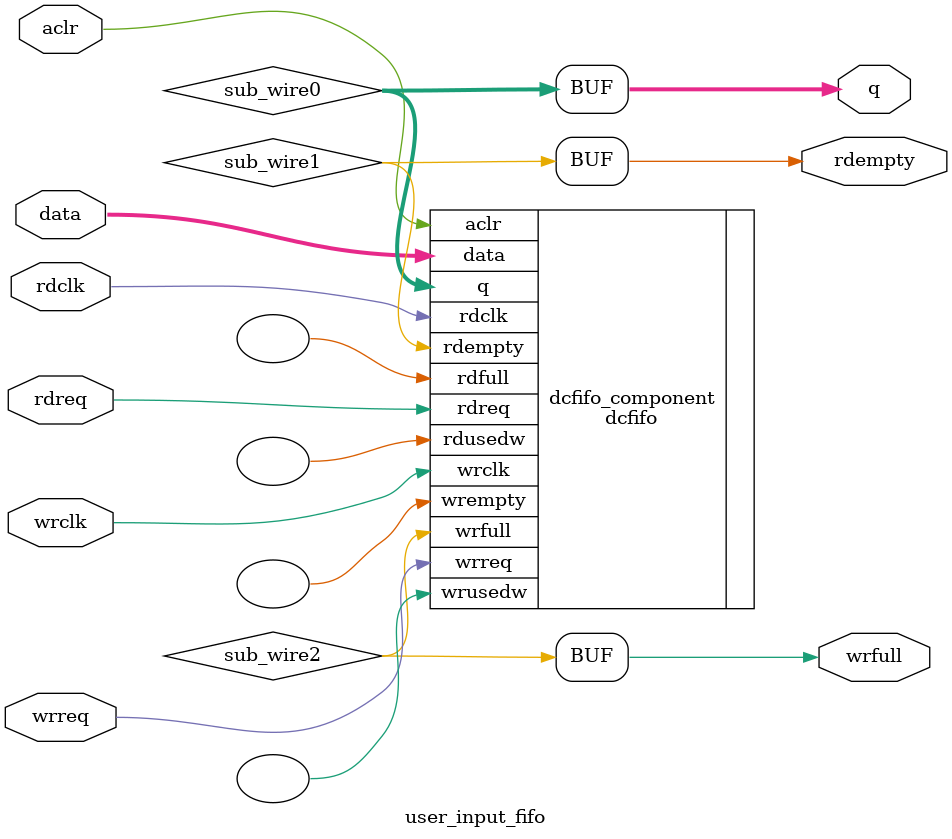
<source format=v>
module user_input_fifo
#(
  parameter DWIDTH = 8
)
(
	aclr,
	data,
	rdclk,
	rdreq,
	wrclk,
	wrreq,
	q,
	rdempty,
	wrfull);
	input	  aclr;
	input	[DWIDTH-1:0]  data;
	input	  rdclk;
	input	  rdreq;
	input	  wrclk;
	input	  wrreq;
	output	[DWIDTH-1:0]  q;
	output	  rdempty;
	output	  wrfull;
`ifndef ALTERA_RESERVED_QIS
// synopsys translate_off
`endif
	tri0	  aclr;
`ifndef ALTERA_RESERVED_QIS
// synopsys translate_on
`endif
	wire [DWIDTH-1:0] sub_wire0;
	wire  sub_wire1;
	wire  sub_wire2;
	wire [DWIDTH-1:0] q = sub_wire0[DWIDTH-1:0];
	wire  rdempty = sub_wire1;
	wire  wrfull = sub_wire2;
	dcfifo	dcfifo_component (
				.aclr (aclr),
				.data (data),
				.rdclk (rdclk),
				.rdreq (rdreq),
				.wrclk (wrclk),
				.wrreq (wrreq),
				.q (sub_wire0),
				.rdempty (sub_wire1),
				.wrfull (sub_wire2),
				.rdfull (),
				.rdusedw (),
				.wrempty (),
				.wrusedw ());
	defparam
		dcfifo_component.intended_device_family = "Cyclone V",
		dcfifo_component.lpm_hint = "RAM_BLOCK_TYPE=MLAB",
		dcfifo_component.lpm_numwords = 8,
		dcfifo_component.lpm_showahead = "ON",
		dcfifo_component.lpm_type = "dcfifo",
		dcfifo_component.lpm_width = DWIDTH,
		dcfifo_component.lpm_widthu = 3,
		dcfifo_component.overflow_checking = "ON",
		dcfifo_component.rdsync_delaypipe = 4,
		dcfifo_component.read_aclr_synch = "ON",
		dcfifo_component.underflow_checking = "ON",
		dcfifo_component.use_eab = "ON",
		dcfifo_component.write_aclr_synch = "ON",
		dcfifo_component.wrsync_delaypipe = 4;
endmodule
</source>
